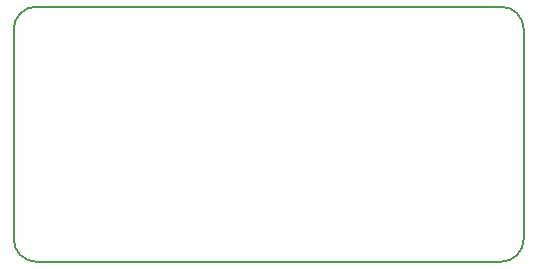
<source format=gko>
%TF.GenerationSoftware,KiCad,Pcbnew,4.0.5-e0-6337~49~ubuntu16.04.1*%
%TF.CreationDate,2017-07-21T11:10:54-07:00*%
%TF.ProjectId,stns01-battery-mgmt-breakout,73746E7330312D626174746572792D6D,1.0*%
%TF.FileFunction,Profile,NP*%
%FSLAX46Y46*%
G04 Gerber Fmt 4.6, Leading zero omitted, Abs format (unit mm)*
G04 Created by KiCad (PCBNEW 4.0.5-e0-6337~49~ubuntu16.04.1) date Fri Jul 21 11:10:54 2017*
%MOMM*%
%LPD*%
G01*
G04 APERTURE LIST*
%ADD10C,0.350000*%
%ADD11C,0.152400*%
G04 APERTURE END LIST*
D10*
D11*
X109855000Y-101600000D02*
X149225000Y-101600000D01*
X107950000Y-121285000D02*
X107950000Y-103505000D01*
X149225000Y-123190000D02*
X109855000Y-123190000D01*
X151130000Y-103505000D02*
X151130000Y-121285000D01*
X107950000Y-121285000D02*
G75*
G03X109855000Y-123190000I1905000J0D01*
G01*
X109855000Y-101600000D02*
G75*
G03X107950000Y-103505000I0J-1905000D01*
G01*
X149225000Y-123190000D02*
G75*
G03X151130000Y-121285000I0J1905000D01*
G01*
X151130000Y-103505000D02*
G75*
G03X149225000Y-101600000I-1905000J0D01*
G01*
M02*

</source>
